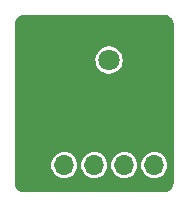
<source format=gbr>
%TF.GenerationSoftware,KiCad,Pcbnew,(5.99.0-10558-ge4ac0fb5a1)*%
%TF.CreationDate,2021-10-01T15:24:51+01:00*%
%TF.ProjectId,vsop-breakout,76736f70-2d62-4726-9561-6b6f75742e6b,rev?*%
%TF.SameCoordinates,Original*%
%TF.FileFunction,Copper,L2,Bot*%
%TF.FilePolarity,Positive*%
%FSLAX46Y46*%
G04 Gerber Fmt 4.6, Leading zero omitted, Abs format (unit mm)*
G04 Created by KiCad (PCBNEW (5.99.0-10558-ge4ac0fb5a1)) date 2021-10-01 15:24:51*
%MOMM*%
%LPD*%
G01*
G04 APERTURE LIST*
G04 Aperture macros list*
%AMRoundRect*
0 Rectangle with rounded corners*
0 $1 Rounding radius*
0 $2 $3 $4 $5 $6 $7 $8 $9 X,Y pos of 4 corners*
0 Add a 4 corners polygon primitive as box body*
4,1,4,$2,$3,$4,$5,$6,$7,$8,$9,$2,$3,0*
0 Add four circle primitives for the rounded corners*
1,1,$1+$1,$2,$3*
1,1,$1+$1,$4,$5*
1,1,$1+$1,$6,$7*
1,1,$1+$1,$8,$9*
0 Add four rect primitives between the rounded corners*
20,1,$1+$1,$2,$3,$4,$5,0*
20,1,$1+$1,$4,$5,$6,$7,0*
20,1,$1+$1,$6,$7,$8,$9,0*
20,1,$1+$1,$8,$9,$2,$3,0*%
G04 Aperture macros list end*
%TA.AperFunction,ComponentPad*%
%ADD10C,1.800000*%
%TD*%
%TA.AperFunction,ComponentPad*%
%ADD11RoundRect,0.250200X0.649800X0.649800X-0.649800X0.649800X-0.649800X-0.649800X0.649800X-0.649800X0*%
%TD*%
%TA.AperFunction,ComponentPad*%
%ADD12RoundRect,0.249900X0.600100X-0.600100X0.600100X0.600100X-0.600100X0.600100X-0.600100X-0.600100X0*%
%TD*%
%TA.AperFunction,ComponentPad*%
%ADD13O,1.700000X1.700000*%
%TD*%
G04 APERTURE END LIST*
D10*
%TO.P,D2,2,A*%
%TO.N,Net-(D1-Pad2)*%
X165100000Y-125730000D03*
D11*
%TO.P,D2,1,K*%
%TO.N,GND*%
X167640000Y-125730000D03*
%TD*%
D12*
%TO.P,J1,1,Pin_1*%
%TO.N,GND*%
X158755000Y-134620000D03*
D13*
%TO.P,J1,2,Pin_2*%
%TO.N,~EN*%
X161295000Y-134620000D03*
%TO.P,J1,3,Pin_3*%
%TO.N,/IR_RX*%
X163835000Y-134620000D03*
%TO.P,J1,4,Pin_4*%
%TO.N,/IR_TX*%
X166375000Y-134620000D03*
%TO.P,J1,5,Pin_5*%
%TO.N,VCC*%
X168915000Y-134620000D03*
%TD*%
%TA.AperFunction,Conductor*%
%TO.N,GND*%
G36*
X169759131Y-121918394D02*
G01*
X169767729Y-121920321D01*
X169794118Y-121920957D01*
X169847281Y-121922238D01*
X169854599Y-121922686D01*
X169880450Y-121925232D01*
X169890061Y-121926657D01*
X170003922Y-121949305D01*
X170013349Y-121951667D01*
X170026534Y-121955667D01*
X170035678Y-121958939D01*
X170142921Y-122003360D01*
X170151699Y-122007511D01*
X170157895Y-122010822D01*
X170163859Y-122014010D01*
X170172182Y-122018998D01*
X170265146Y-122081114D01*
X170268714Y-122083498D01*
X170276498Y-122089271D01*
X170287184Y-122098041D01*
X170294365Y-122104549D01*
X170376446Y-122186630D01*
X170382967Y-122193826D01*
X170391717Y-122204487D01*
X170397502Y-122212286D01*
X170461996Y-122308809D01*
X170466988Y-122317138D01*
X170473484Y-122329290D01*
X170477635Y-122338065D01*
X170497637Y-122386356D01*
X170522061Y-122445322D01*
X170525333Y-122454466D01*
X170529333Y-122467651D01*
X170531695Y-122477078D01*
X170554343Y-122590939D01*
X170555768Y-122600550D01*
X170558314Y-122626401D01*
X170558762Y-122633719D01*
X170560043Y-122686882D01*
X170560679Y-122713271D01*
X170562606Y-122721869D01*
X170565000Y-122743509D01*
X170565000Y-136082491D01*
X170562606Y-136104131D01*
X170560679Y-136112729D01*
X170560562Y-136117596D01*
X170558762Y-136192281D01*
X170558314Y-136199599D01*
X170555768Y-136225450D01*
X170554343Y-136235061D01*
X170531695Y-136348922D01*
X170529333Y-136358349D01*
X170525333Y-136371534D01*
X170522061Y-136380678D01*
X170477635Y-136487935D01*
X170473484Y-136496710D01*
X170466988Y-136508862D01*
X170461997Y-136517189D01*
X170417282Y-136584112D01*
X170397508Y-136613706D01*
X170391717Y-136621513D01*
X170382967Y-136632174D01*
X170376446Y-136639370D01*
X170294365Y-136721451D01*
X170287184Y-136727959D01*
X170276498Y-136736729D01*
X170268716Y-136742501D01*
X170172182Y-136807002D01*
X170163862Y-136811988D01*
X170157895Y-136815178D01*
X170151699Y-136818489D01*
X170142921Y-136822640D01*
X170035678Y-136867061D01*
X170026534Y-136870333D01*
X170013349Y-136874333D01*
X170003922Y-136876695D01*
X169890061Y-136899343D01*
X169880450Y-136900768D01*
X169854599Y-136903314D01*
X169847281Y-136903762D01*
X169794118Y-136905043D01*
X169767729Y-136905679D01*
X169759131Y-136907606D01*
X169737491Y-136910000D01*
X157922509Y-136910000D01*
X157900869Y-136907606D01*
X157892271Y-136905679D01*
X157865882Y-136905043D01*
X157812719Y-136903762D01*
X157805401Y-136903314D01*
X157779550Y-136900768D01*
X157769939Y-136899343D01*
X157656078Y-136876695D01*
X157646651Y-136874333D01*
X157633466Y-136870333D01*
X157624322Y-136867061D01*
X157594124Y-136854553D01*
X157517065Y-136822635D01*
X157508297Y-136818487D01*
X157496138Y-136811988D01*
X157487809Y-136806996D01*
X157391286Y-136742502D01*
X157383487Y-136736717D01*
X157372826Y-136727967D01*
X157365630Y-136721446D01*
X157283549Y-136639365D01*
X157277041Y-136632184D01*
X157268271Y-136621498D01*
X157262498Y-136613714D01*
X157242719Y-136584112D01*
X157197998Y-136517182D01*
X157193006Y-136508852D01*
X157186511Y-136496699D01*
X157182360Y-136487921D01*
X157137939Y-136380678D01*
X157134667Y-136371534D01*
X157130667Y-136358349D01*
X157128305Y-136348922D01*
X157105657Y-136235061D01*
X157104232Y-136225450D01*
X157101686Y-136199599D01*
X157101238Y-136192281D01*
X157099438Y-136117596D01*
X157099321Y-136112729D01*
X157097394Y-136104131D01*
X157095000Y-136082491D01*
X157095000Y-134722116D01*
X160194226Y-134722116D01*
X160195104Y-134726738D01*
X160195104Y-134726743D01*
X160220363Y-134859782D01*
X160233395Y-134928425D01*
X160310870Y-135123605D01*
X160313410Y-135127584D01*
X160421316Y-135296639D01*
X160421320Y-135296644D01*
X160423854Y-135300614D01*
X160568272Y-135453064D01*
X160572102Y-135455811D01*
X160572103Y-135455812D01*
X160666270Y-135523354D01*
X160738911Y-135575456D01*
X160743192Y-135577429D01*
X160743191Y-135577429D01*
X160855229Y-135629079D01*
X160929616Y-135663372D01*
X160934183Y-135664498D01*
X160934186Y-135664499D01*
X161031561Y-135688507D01*
X161133505Y-135713641D01*
X161217927Y-135717991D01*
X161338516Y-135724206D01*
X161338521Y-135724206D01*
X161343221Y-135724448D01*
X161347882Y-135723797D01*
X161347885Y-135723797D01*
X161546530Y-135696056D01*
X161546533Y-135696055D01*
X161551197Y-135695404D01*
X161555661Y-135693880D01*
X161745469Y-135629079D01*
X161745472Y-135629078D01*
X161749929Y-135627556D01*
X161932246Y-135523354D01*
X162091569Y-135386556D01*
X162222150Y-135222098D01*
X162319277Y-135035916D01*
X162379446Y-134834726D01*
X162390785Y-134722116D01*
X162734226Y-134722116D01*
X162735104Y-134726738D01*
X162735104Y-134726743D01*
X162760363Y-134859782D01*
X162773395Y-134928425D01*
X162850870Y-135123605D01*
X162853410Y-135127584D01*
X162961316Y-135296639D01*
X162961320Y-135296644D01*
X162963854Y-135300614D01*
X163108272Y-135453064D01*
X163112102Y-135455811D01*
X163112103Y-135455812D01*
X163206270Y-135523354D01*
X163278911Y-135575456D01*
X163283192Y-135577429D01*
X163283191Y-135577429D01*
X163395229Y-135629079D01*
X163469616Y-135663372D01*
X163474183Y-135664498D01*
X163474186Y-135664499D01*
X163571561Y-135688507D01*
X163673505Y-135713641D01*
X163757927Y-135717991D01*
X163878516Y-135724206D01*
X163878521Y-135724206D01*
X163883221Y-135724448D01*
X163887882Y-135723797D01*
X163887885Y-135723797D01*
X164086530Y-135696056D01*
X164086533Y-135696055D01*
X164091197Y-135695404D01*
X164095661Y-135693880D01*
X164285469Y-135629079D01*
X164285472Y-135629078D01*
X164289929Y-135627556D01*
X164472246Y-135523354D01*
X164631569Y-135386556D01*
X164762150Y-135222098D01*
X164859277Y-135035916D01*
X164919446Y-134834726D01*
X164930785Y-134722116D01*
X165274226Y-134722116D01*
X165275104Y-134726738D01*
X165275104Y-134726743D01*
X165300363Y-134859782D01*
X165313395Y-134928425D01*
X165390870Y-135123605D01*
X165393410Y-135127584D01*
X165501316Y-135296639D01*
X165501320Y-135296644D01*
X165503854Y-135300614D01*
X165648272Y-135453064D01*
X165652102Y-135455811D01*
X165652103Y-135455812D01*
X165746270Y-135523354D01*
X165818911Y-135575456D01*
X165823192Y-135577429D01*
X165823191Y-135577429D01*
X165935229Y-135629079D01*
X166009616Y-135663372D01*
X166014183Y-135664498D01*
X166014186Y-135664499D01*
X166111561Y-135688507D01*
X166213505Y-135713641D01*
X166297927Y-135717991D01*
X166418516Y-135724206D01*
X166418521Y-135724206D01*
X166423221Y-135724448D01*
X166427882Y-135723797D01*
X166427885Y-135723797D01*
X166626530Y-135696056D01*
X166626533Y-135696055D01*
X166631197Y-135695404D01*
X166635661Y-135693880D01*
X166825469Y-135629079D01*
X166825472Y-135629078D01*
X166829929Y-135627556D01*
X167012246Y-135523354D01*
X167171569Y-135386556D01*
X167302150Y-135222098D01*
X167399277Y-135035916D01*
X167459446Y-134834726D01*
X167470785Y-134722116D01*
X167814226Y-134722116D01*
X167815104Y-134726738D01*
X167815104Y-134726743D01*
X167840363Y-134859782D01*
X167853395Y-134928425D01*
X167930870Y-135123605D01*
X167933410Y-135127584D01*
X168041316Y-135296639D01*
X168041320Y-135296644D01*
X168043854Y-135300614D01*
X168188272Y-135453064D01*
X168192102Y-135455811D01*
X168192103Y-135455812D01*
X168286270Y-135523354D01*
X168358911Y-135575456D01*
X168363192Y-135577429D01*
X168363191Y-135577429D01*
X168475229Y-135629079D01*
X168549616Y-135663372D01*
X168554183Y-135664498D01*
X168554186Y-135664499D01*
X168651561Y-135688507D01*
X168753505Y-135713641D01*
X168837927Y-135717991D01*
X168958516Y-135724206D01*
X168958521Y-135724206D01*
X168963221Y-135724448D01*
X168967882Y-135723797D01*
X168967885Y-135723797D01*
X169166530Y-135696056D01*
X169166533Y-135696055D01*
X169171197Y-135695404D01*
X169175661Y-135693880D01*
X169365469Y-135629079D01*
X169365472Y-135629078D01*
X169369929Y-135627556D01*
X169552246Y-135523354D01*
X169711569Y-135386556D01*
X169842150Y-135222098D01*
X169939277Y-135035916D01*
X169999446Y-134834726D01*
X170020485Y-134625788D01*
X170020500Y-134620000D01*
X170000555Y-134410955D01*
X169941441Y-134209453D01*
X169893110Y-134115611D01*
X169847447Y-134026952D01*
X169845290Y-134022764D01*
X169715572Y-133857626D01*
X169712016Y-133854540D01*
X169712012Y-133854536D01*
X169560527Y-133723084D01*
X169560526Y-133723083D01*
X169556967Y-133719995D01*
X169375198Y-133614839D01*
X169310647Y-133592423D01*
X169181270Y-133547495D01*
X169181264Y-133547494D01*
X169176825Y-133545952D01*
X168969003Y-133515820D01*
X168844289Y-133521592D01*
X168763942Y-133525311D01*
X168763941Y-133525311D01*
X168759234Y-133525529D01*
X168555084Y-133574729D01*
X168363922Y-133661646D01*
X168192644Y-133783142D01*
X168047430Y-133934834D01*
X167933520Y-134111249D01*
X167855025Y-134306021D01*
X167854124Y-134310634D01*
X167854123Y-134310638D01*
X167833616Y-134415650D01*
X167814776Y-134512122D01*
X167814226Y-134722116D01*
X167470785Y-134722116D01*
X167480485Y-134625788D01*
X167480500Y-134620000D01*
X167460555Y-134410955D01*
X167401441Y-134209453D01*
X167353110Y-134115611D01*
X167307447Y-134026952D01*
X167305290Y-134022764D01*
X167175572Y-133857626D01*
X167172016Y-133854540D01*
X167172012Y-133854536D01*
X167020527Y-133723084D01*
X167020526Y-133723083D01*
X167016967Y-133719995D01*
X166835198Y-133614839D01*
X166770647Y-133592423D01*
X166641270Y-133547495D01*
X166641264Y-133547494D01*
X166636825Y-133545952D01*
X166429003Y-133515820D01*
X166304289Y-133521592D01*
X166223942Y-133525311D01*
X166223941Y-133525311D01*
X166219234Y-133525529D01*
X166015084Y-133574729D01*
X165823922Y-133661646D01*
X165652644Y-133783142D01*
X165507430Y-133934834D01*
X165393520Y-134111249D01*
X165315025Y-134306021D01*
X165314124Y-134310634D01*
X165314123Y-134310638D01*
X165293616Y-134415650D01*
X165274776Y-134512122D01*
X165274226Y-134722116D01*
X164930785Y-134722116D01*
X164940485Y-134625788D01*
X164940500Y-134620000D01*
X164920555Y-134410955D01*
X164861441Y-134209453D01*
X164813110Y-134115611D01*
X164767447Y-134026952D01*
X164765290Y-134022764D01*
X164635572Y-133857626D01*
X164632016Y-133854540D01*
X164632012Y-133854536D01*
X164480527Y-133723084D01*
X164480526Y-133723083D01*
X164476967Y-133719995D01*
X164295198Y-133614839D01*
X164230647Y-133592423D01*
X164101270Y-133547495D01*
X164101264Y-133547494D01*
X164096825Y-133545952D01*
X163889003Y-133515820D01*
X163764289Y-133521592D01*
X163683942Y-133525311D01*
X163683941Y-133525311D01*
X163679234Y-133525529D01*
X163475084Y-133574729D01*
X163283922Y-133661646D01*
X163112644Y-133783142D01*
X162967430Y-133934834D01*
X162853520Y-134111249D01*
X162775025Y-134306021D01*
X162774124Y-134310634D01*
X162774123Y-134310638D01*
X162753616Y-134415650D01*
X162734776Y-134512122D01*
X162734226Y-134722116D01*
X162390785Y-134722116D01*
X162400485Y-134625788D01*
X162400500Y-134620000D01*
X162380555Y-134410955D01*
X162321441Y-134209453D01*
X162273110Y-134115611D01*
X162227447Y-134026952D01*
X162225290Y-134022764D01*
X162095572Y-133857626D01*
X162092016Y-133854540D01*
X162092012Y-133854536D01*
X161940527Y-133723084D01*
X161940526Y-133723083D01*
X161936967Y-133719995D01*
X161755198Y-133614839D01*
X161690647Y-133592423D01*
X161561270Y-133547495D01*
X161561264Y-133547494D01*
X161556825Y-133545952D01*
X161349003Y-133515820D01*
X161224289Y-133521592D01*
X161143942Y-133525311D01*
X161143941Y-133525311D01*
X161139234Y-133525529D01*
X160935084Y-133574729D01*
X160743922Y-133661646D01*
X160572644Y-133783142D01*
X160427430Y-133934834D01*
X160313520Y-134111249D01*
X160235025Y-134306021D01*
X160234124Y-134310634D01*
X160234123Y-134310638D01*
X160213616Y-134415650D01*
X160194776Y-134512122D01*
X160194226Y-134722116D01*
X157095000Y-134722116D01*
X157095000Y-125699753D01*
X163944896Y-125699753D01*
X163958726Y-125910760D01*
X163959842Y-125915153D01*
X163959842Y-125915155D01*
X163981326Y-125999746D01*
X164010778Y-126115714D01*
X164099308Y-126307750D01*
X164221351Y-126480437D01*
X164372820Y-126627992D01*
X164548643Y-126745473D01*
X164552810Y-126747263D01*
X164552815Y-126747266D01*
X164636883Y-126783384D01*
X164742931Y-126828946D01*
X164949177Y-126875615D01*
X165074150Y-126880525D01*
X165155941Y-126883738D01*
X165155942Y-126883738D01*
X165160474Y-126883916D01*
X165369746Y-126853573D01*
X165374045Y-126852114D01*
X165374048Y-126852113D01*
X165565683Y-126787062D01*
X165569984Y-126785602D01*
X165754482Y-126682278D01*
X165917062Y-126547062D01*
X166052278Y-126384482D01*
X166155602Y-126199984D01*
X166223573Y-125999746D01*
X166235838Y-125915155D01*
X166253496Y-125793374D01*
X166253497Y-125793366D01*
X166253916Y-125790474D01*
X166255500Y-125730000D01*
X166236151Y-125519427D01*
X166178752Y-125315906D01*
X166085226Y-125126253D01*
X165958704Y-124956820D01*
X165803424Y-124813280D01*
X165771056Y-124792857D01*
X165628423Y-124702863D01*
X165624586Y-124700442D01*
X165428180Y-124622084D01*
X165220783Y-124580830D01*
X165115062Y-124579446D01*
X165013880Y-124578121D01*
X165013875Y-124578121D01*
X165009341Y-124578062D01*
X165004866Y-124578831D01*
X165004865Y-124578831D01*
X164805404Y-124613105D01*
X164800935Y-124613873D01*
X164710037Y-124647407D01*
X164606807Y-124685490D01*
X164606804Y-124685491D01*
X164602544Y-124687063D01*
X164598641Y-124689385D01*
X164598639Y-124689386D01*
X164537000Y-124726057D01*
X164420814Y-124795181D01*
X164417399Y-124798176D01*
X164417396Y-124798178D01*
X164402935Y-124810860D01*
X164261830Y-124934606D01*
X164130916Y-125100670D01*
X164032457Y-125287809D01*
X163969750Y-125489758D01*
X163969216Y-125494268D01*
X163969216Y-125494269D01*
X163966239Y-125519427D01*
X163944896Y-125699753D01*
X157095000Y-125699753D01*
X157095000Y-122743509D01*
X157097394Y-122721869D01*
X157099321Y-122713271D01*
X157099957Y-122686882D01*
X157101238Y-122633719D01*
X157101686Y-122626401D01*
X157104232Y-122600550D01*
X157105657Y-122590939D01*
X157128305Y-122477078D01*
X157130667Y-122467651D01*
X157134667Y-122454466D01*
X157137939Y-122445322D01*
X157182360Y-122338079D01*
X157186511Y-122329301D01*
X157193006Y-122317148D01*
X157197998Y-122308818D01*
X157262499Y-122212284D01*
X157268271Y-122204502D01*
X157277041Y-122193816D01*
X157283549Y-122186635D01*
X157365630Y-122104554D01*
X157372826Y-122098033D01*
X157383487Y-122089283D01*
X157391287Y-122083497D01*
X157487811Y-122019003D01*
X157496138Y-122014012D01*
X157500245Y-122011816D01*
X157508297Y-122007513D01*
X157517065Y-122003365D01*
X157594124Y-121971447D01*
X157624322Y-121958939D01*
X157633466Y-121955667D01*
X157646651Y-121951667D01*
X157656078Y-121949305D01*
X157769939Y-121926657D01*
X157779550Y-121925232D01*
X157805401Y-121922686D01*
X157812719Y-121922238D01*
X157865882Y-121920957D01*
X157892271Y-121920321D01*
X157900869Y-121918394D01*
X157922509Y-121916000D01*
X169737491Y-121916000D01*
X169759131Y-121918394D01*
G37*
%TD.AperFunction*%
%TD*%
M02*

</source>
